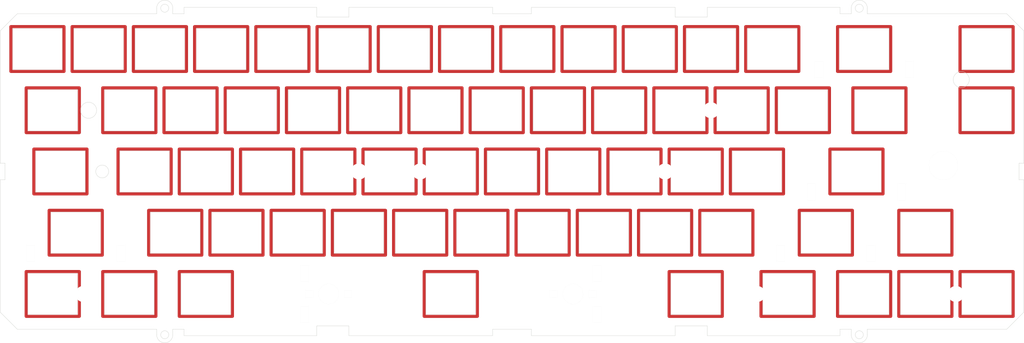
<source format=kicad_pcb>
(kicad_pcb (version 20211014) (generator pcbnew)
  (layers (0 "F.Cu" signal) (31 "B.Cu" signal) (34 "B.Paste" user) (35 "F.Paste" user) (36 "B.SilkS" user "B.Silkscreen") (37 "F.SilkS" user "F.Silkscreen") (38 "B.Mask" user) (39 "F.Mask" user) (44 "Edge.Cuts" user))
  (net 0 "")
  (footprint "Keyboard_Footprints:Screw_Hole" (layer "F.Cu") (at 138.1125 76.2)
    (fp_text reference "Screw_Hole" hide)
    (fp_text value "" hide)
  )
  (footprint "Keyboard_Footprints:Screw_Hole" (layer "F.Cu") (at 233.3625 76.2)
    (fp_text reference "Screw_Hole" hide)
    (fp_text value "" hide)
  )
  (footprint "Keyboard_Footprints:Plate_Cutout_Alps" (layer "F.Cu") (at 266.7 38.1)
    (fp_text reference "Plate_Cutout_Alps" hide)
    (fp_text value "" hide)
    (fp_line (start -7.75 -6.45) (end -7.75 6.45) (layer "Edge.Cuts") (width 0.1))
    (fp_line (start 7.75 -6.45) (end 7.75 6.45) (layer "Edge.Cuts") (width 0.1))
    (fp_line (start 7.75 6.45) (end -7.75 6.45) (layer "Edge.Cuts") (width 0.1))
    (fp_line (start 7.75 -6.45) (end -7.75 -6.45) (layer "Edge.Cuts") (width 0.1))
  )
  (footprint "Keyboard_Footprints:Plate_Cutout_Alps" (layer "F.Cu") (at 90.4875 114.3)
    (fp_text reference "Plate_Cutout_Alps" hide)
    (fp_text value "" hide)
    (fp_line (start 7.75 -6.45) (end 7.75 6.45) (layer "Edge.Cuts") (width 0.1))
    (fp_line (start -7.75 -6.45) (end -7.75 6.45) (layer "Edge.Cuts") (width 0.1))
    (fp_line (start 7.75 6.45) (end -7.75 6.45) (layer "Edge.Cuts") (width 0.1))
    (fp_line (start 7.75 -6.45) (end -7.75 -6.45) (layer "Edge.Cuts") (width 0.1))
  )
  (footprint "Keyboard_Footprints:Plate_Cutout_Alps" (layer "F.Cu") (at 242.8875 114.3)
    (fp_text reference "Plate_Cutout_Alps" hide)
    (fp_text value "" hide)
    (fp_line (start 7.75 -6.45) (end -7.75 -6.45) (layer "Edge.Cuts") (width 0.1))
    (fp_line (start 7.75 -6.45) (end 7.75 6.45) (layer "Edge.Cuts") (width 0.1))
    (fp_line (start -7.75 -6.45) (end -7.75 6.45) (layer "Edge.Cuts") (width 0.1))
    (fp_line (start 7.75 6.45) (end -7.75 6.45) (layer "Edge.Cuts") (width 0.1))
  )
  (footprint "Keyboard_Footprints:Plate_Cutout_Alps" (layer "F.Cu") (at 50.00625 95.25)
    (fp_text reference "Plate_Cutout_Alps" hide)
    (fp_text value "" hide)
    (fp_line (start 7.75 -6.45) (end -7.75 -6.45) (layer "Edge.Cuts") (width 0.1))
    (fp_line (start 7.75 6.45) (end -7.75 6.45) (layer "Edge.Cuts") (width 0.1))
    (fp_line (start 7.75 -6.45) (end 7.75 6.45) (layer "Edge.Cuts") (width 0.1))
    (fp_line (start -7.75 -6.45) (end -7.75 6.45) (layer "Edge.Cuts") (width 0.1))
  )
  (footprint "Keyboard_Footprints:Plate_Cutout_Alps" (layer "F.Cu") (at 95.25 38.1)
    (fp_text reference "Plate_Cutout_Alps" hide)
    (fp_text value "" hide)
    (fp_line (start -7.75 -6.45) (end -7.75 6.45) (layer "Edge.Cuts") (width 0.1))
    (fp_line (start 7.75 -6.45) (end 7.75 6.45) (layer "Edge.Cuts") (width 0.1))
    (fp_line (start 7.75 -6.45) (end -7.75 -6.45) (layer "Edge.Cuts") (width 0.1))
    (fp_line (start 7.75 6.45) (end -7.75 6.45) (layer "Edge.Cuts") (width 0.1))
  )
  (footprint "Keyboard_Footprints:Plate_Cutout_Alps" (layer "F.Cu") (at 209.55 38.1)
    (fp_text reference "Plate_Cutout_Alps" hide)
    (fp_text value "" hide)
    (fp_line (start 7.75 -6.45) (end 7.75 6.45) (layer "Edge.Cuts") (width 0.1))
    (fp_line (start 7.75 -6.45) (end -7.75 -6.45) (layer "Edge.Cuts") (width 0.1))
    (fp_line (start 7.75 6.45) (end -7.75 6.45) (layer "Edge.Cuts") (width 0.1))
    (fp_line (start -7.75 -6.45) (end -7.75 6.45) (layer "Edge.Cuts") (width 0.1))
  )
  (footprint "Keyboard_Footprints:Plate_Cutout_Alps" (layer "F.Cu") (at 228.6 38.1)
    (fp_text reference "Plate_Cutout_Alps" hide)
    (fp_text value "" hide)
    (fp_line (start 7.75 -6.45) (end 7.75 6.45) (layer "Edge.Cuts") (width 0.1))
    (fp_line (start 7.75 -6.45) (end -7.75 -6.45) (layer "Edge.Cuts") (width 0.1))
    (fp_line (start 7.75 6.45) (end -7.75 6.45) (layer "Edge.Cuts") (width 0.1))
    (fp_line (start -7.75 -6.45) (end -7.75 6.45) (layer "Edge.Cuts") (width 0.1))
  )
  (footprint "Keyboard_Footprints:Plate_Cutout_Alps" (layer "F.Cu") (at 295.275 38.1)
    (fp_text reference "Plate_Cutout_Alps" hide)
    (fp_text value "" hide)
    (fp_line (start 7.75 6.45) (end -7.75 6.45) (layer "Edge.Cuts") (width 0.1))
    (fp_line (start 7.75 -6.45) (end 7.75 6.45) (layer "Edge.Cuts") (width 0.1))
    (fp_line (start 7.75 -6.45) (end -7.75 -6.45) (layer "Edge.Cuts") (width 0.1))
    (fp_line (start -7.75 -6.45) (end -7.75 6.45) (layer "Edge.Cuts") (width 0.1))
  )
  (footprint "Keyboard_Footprints:Plate_Cutout_Alps" (layer "F.Cu") (at 42.8625 114.3)
    (fp_text reference "Plate_Cutout_Alps" hide)
    (fp_text value "" hide)
    (fp_line (start 7.75 -6.45) (end -7.75 -6.45) (layer "Edge.Cuts") (width 0.1))
    (fp_line (start 7.75 -6.45) (end 7.75 6.45) (layer "Edge.Cuts") (width 0.1))
    (fp_line (start -7.75 -6.45) (end -7.75 6.45) (layer "Edge.Cuts") (width 0.1))
    (fp_line (start 7.75 6.45) (end -7.75 6.45) (layer "Edge.Cuts") (width 0.1))
  )
  (footprint "Keyboard_Footprints:Plate_Cutout_Alps" (layer "F.Cu") (at 166.6875 114.3)
    (fp_text reference "Plate_Cutout_Alps" hide)
    (fp_text value "" hide)
    (fp_line (start 7.75 -6.45) (end -7.75 -6.45) (layer "Edge.Cuts") (width 0.1))
    (fp_line (start 7.75 6.45) (end -7.75 6.45) (layer "Edge.Cuts") (width 0.1))
    (fp_line (start 7.75 -6.45) (end 7.75 6.45) (layer "Edge.Cuts") (width 0.1))
    (fp_line (start -7.75 -6.45) (end -7.75 6.45) (layer "Edge.Cuts") (width 0.1))
  )
  (footprint "Keyboard_Footprints:Plate_Cutout_Alps" (layer "F.Cu") (at 333.375 57.15)
    (fp_text reference "Plate_Cutout_Alps" hide)
    (fp_text value "" hide)
    (fp_line (start -7.75 -6.45) (end -7.75 6.45) (layer "Edge.Cuts") (width 0.1))
    (fp_line (start 7.75 6.45) (end -7.75 6.45) (layer "Edge.Cuts") (width 0.1))
    (fp_line (start 7.75 -6.45) (end 7.75 6.45) (layer "Edge.Cuts") (width 0.1))
    (fp_line (start 7.75 -6.45) (end -7.75 -6.45) (layer "Edge.Cuts") (width 0.1))
  )
  (footprint "Keyboard_Footprints:Plate_Cutout_Alps" (layer "F.Cu") (at 66.675 114.3)
    (fp_text reference "Plate_Cutout_Alps" hide)
    (fp_text value "" hide)
    (fp_line (start 7.75 -6.45) (end -7.75 -6.45) (layer "Edge.Cuts") (width 0.1))
    (fp_line (start 7.75 6.45) (end -7.75 6.45) (layer "Edge.Cuts") (width 0.1))
    (fp_line (start -7.75 -6.45) (end -7.75 6.45) (layer "Edge.Cuts") (width 0.1))
    (fp_line (start 7.75 -6.45) (end 7.75 6.45) (layer "Edge.Cuts") (width 0.1))
  )
  (footprint "Keyboard_Footprints:Plate_Cutout_Alps" (layer "F.Cu") (at 57.15 38.1)
    (fp_text reference "Plate_Cutout_Alps" hide)
    (fp_text value "" hide)
    (fp_line (start 7.75 -6.45) (end 7.75 6.45) (layer "Edge.Cuts") (width 0.1))
    (fp_line (start -7.75 -6.45) (end -7.75 6.45) (layer "Edge.Cuts") (width 0.1))
    (fp_line (start 7.75 -6.45) (end -7.75 -6.45) (layer "Edge.Cuts") (width 0.1))
    (fp_line (start 7.75 6.45) (end -7.75 6.45) (layer "Edge.Cuts") (width 0.1))
  )
  (footprint "Keyboard_Footprints:Plate_Cutout_Alps" (layer "F.Cu") (at 76.2 38.1)
    (fp_text reference "Plate_Cutout_Alps" hide)
    (fp_text value "" hide)
    (fp_line (start 7.75 -6.45) (end -7.75 -6.45) (layer "Edge.Cuts") (width 0.1))
    (fp_line (start 7.75 -6.45) (end 7.75 6.45) (layer "Edge.Cuts") (width 0.1))
    (fp_line (start 7.75 6.45) (end -7.75 6.45) (layer "Edge.Cuts") (width 0.1))
    (fp_line (start -7.75 -6.45) (end -7.75 6.45) (layer "Edge.Cuts") (width 0.1))
  )
  (footprint "Keyboard_Footprints:Plate_Cutout_Alps" (layer "F.Cu") (at 133.35 38.1)
    (fp_text reference "Plate_Cutout_Alps" hide)
    (fp_text value "" hide)
    (fp_line (start -7.75 -6.45) (end -7.75 6.45) (layer "Edge.Cuts") (width 0.1))
    (fp_line (start 7.75 6.45) (end -7.75 6.45) (layer "Edge.Cuts") (width 0.1))
    (fp_line (start 7.75 -6.45) (end 7.75 6.45) (layer "Edge.Cuts") (width 0.1))
    (fp_line (start 7.75 -6.45) (end -7.75 -6.45) (layer "Edge.Cuts") (width 0.1))
  )
  (footprint "Keyboard_Footprints:Plate_Cutout_Alps" (layer "F.Cu") (at 114.3 38.1)
    (fp_text reference "Plate_Cutout_Alps" hide)
    (fp_text value "" hide)
    (fp_line (start -7.75 -6.45) (end -7.75 6.45) (layer "Edge.Cuts") (width 0.1))
    (fp_line (start 7.75 -6.45) (end 7.75 6.45) (layer "Edge.Cuts") (width 0.1))
    (fp_line (start 7.75 6.45) (end -7.75 6.45) (layer "Edge.Cuts") (width 0.1))
    (fp_line (start 7.75 -6.45) (end -7.75 -6.45) (layer "Edge.Cuts") (width 0.1))
  )
  (footprint "Keyboard_Footprints:Plate_Cutout_Alps" (layer "F.Cu") (at 45.24375 76.2)
    (fp_text reference "Plate_Cutout_Alps" hide)
    (fp_text value "" hide)
    (fp_line (start 7.75 -6.45) (end 7.75 6.45) (layer "Edge.Cuts") (width 0.1))
    (fp_line (start 7.75 6.45) (end -7.75 6.45) (layer "Edge.Cuts") (width 0.1))
    (fp_line (start -7.75 -6.45) (end -7.75 6.45) (layer "Edge.Cuts") (width 0.1))
    (fp_line (start 7.75 -6.45) (end -7.75 -6.45) (layer "Edge.Cuts") (width 0.1))
  )
  (footprint "Keyboard_Footprints:Plate_Cutout_Alps" (layer "F.Cu") (at 71.4375 76.2)
    (fp_text reference "Plate_Cutout_Alps" hide)
    (fp_text value "" hide)
    (fp_line (start 7.75 -6.45) (end -7.75 -6.45) (layer "Edge.Cuts") (width 0.1))
    (fp_line (start 7.75 6.45) (end -7.75 6.45) (layer "Edge.Cuts") (width 0.1))
    (fp_line (start -7.75 -6.45) (end -7.75 6.45) (layer "Edge.Cuts") (width 0.1))
    (fp_line (start 7.75 -6.45) (end 7.75 6.45) (layer "Edge.Cuts") (width 0.1))
  )
  (footprint "Keyboard_Footprints:Plate_Cutout_Alps" (layer "F.Cu") (at 271.4625 114.3)
    (fp_text reference "Plate_Cutout_Alps" hide)
    (fp_text value "" hide)
    (fp_line (start 7.75 -6.45) (end -7.75 -6.45) (layer "Edge.Cuts") (width 0.1))
    (fp_line (start 7.75 -6.45) (end 7.75 6.45) (layer "Edge.Cuts") (width 0.1))
    (fp_line (start 7.75 6.45) (end -7.75 6.45) (layer "Edge.Cuts") (width 0.1))
    (fp_line (start -7.75 -6.45) (end -7.75 6.45) (layer "Edge.Cuts") (width 0.1))
  )
  (footprint "Keyboard_Footprints:Plate_Cutout_Alps" (layer "F.Cu") (at 283.36875 95.25)
    (fp_text reference "Plate_Cutout_Alps" hide)
    (fp_text value "" hide)
    (fp_line (start 7.75 6.45) (end -7.75 6.45) (layer "Edge.Cuts") (width 0.1))
    (fp_line (start 7.75 -6.45) (end -7.75 -6.45) (layer "Edge.Cuts") (width 0.1))
    (fp_line (start -7.75 -6.45) (end -7.75 6.45) (layer "Edge.Cuts") (width 0.1))
    (fp_line (start 7.75 -6.45) (end 7.75 6.45) (layer "Edge.Cuts") (width 0.1))
  )
  (footprint "Keyboard_Footprints:Plate_Cutout_Alps" (layer "F.Cu") (at 314.325 95.25)
    (fp_text reference "Plate_Cutout_Alps" hide)
    (fp_text value "" hide)
    (fp_line (start 7.75 6.45) (end -7.75 6.45) (layer "Edge.Cuts") (width 0.1))
    (fp_line (start -7.75 -6.45) (end -7.75 6.45) (layer "Edge.Cuts") (width 0.1))
    (fp_line (start 7.75 -6.45) (end -7.75 -6.45) (layer "Edge.Cuts") (width 0.1))
    (fp_line (start 7.75 -6.45) (end 7.75 6.45) (layer "Edge.Cuts") (width 0.1))
  )
  (footprint "Keyboard_Footprints:Plate_Cutout_Alps" (layer "F.Cu") (at 300.0375 57.15)
    (fp_text reference "Plate_Cutout_Alps" hide)
    (fp_text value "" hide)
    (fp_line (start 7.75 -6.45) (end -7.75 -6.45) (layer "Edge.Cuts") (width 0.1))
    (fp_line (start -7.75 -6.45) (end -7.75 6.45) (layer "Edge.Cuts") (width 0.1))
    (fp_line (start 7.75 -6.45) (end 7.75 6.45) (layer "Edge.Cuts") (width 0.1))
    (fp_line (start 7.75 6.45) (end -7.75 6.45) (layer "Edge.Cuts") (width 0.1))
  )
  (footprint "Keyboard_Footprints:Plate_Cutout_Alps" (layer "F.Cu") (at 292.89375 76.2)
    (fp_text reference "Plate_Cutout_Alps" hide)
    (fp_text value "" hide)
    (fp_line (start 7.75 -6.45) (end 7.75 6.45) (layer "Edge.Cuts") (width 0.1))
    (fp_line (start 7.75 -6.45) (end -7.75 -6.45) (layer "Edge.Cuts") (width 0.1))
    (fp_line (start -7.75 -6.45) (end -7.75 6.45) (layer "Edge.Cuts") (width 0.1))
    (fp_line (start 7.75 6.45) (end -7.75 6.45) (layer "Edge.Cuts") (width 0.1))
  )
  (footprint "Keyboard_Footprints:Plate_Cutout_Alps" (layer "F.Cu") (at 233.3625 95.25)
    (fp_text reference "Plate_Cutout_Alps" hide)
    (fp_text value "" hide)
    (fp_line (start -7.75 -6.45) (end -7.75 6.45) (layer "Edge.Cuts") (width 0.1))
    (fp_line (start 7.75 6.45) (end -7.75 6.45) (layer "Edge.Cuts") (width 0.1))
    (fp_line (start 7.75 -6.45) (end -7.75 -6.45) (layer "Edge.Cuts") (width 0.1))
    (fp_line (start 7.75 -6.45) (end 7.75 6.45) (layer "Edge.Cuts") (width 0.1))
  )
  (footprint "Keyboard_Footprints:Plate_Cutout_Alps" (layer "F.Cu") (at 157.1625 95.25)
    (fp_text reference "Plate_Cutout_Alps" hide)
    (fp_text value "" hide)
    (fp_line (start 7.75 6.45) (end -7.75 6.45) (layer "Edge.Cuts") (width 0.1))
    (fp_line (start 7.75 -6.45) (end 7.75 6.45) (layer "Edge.Cuts") (width 0.1))
    (fp_line (start -7.75 -6.45) (end -7.75 6.45) (layer "Edge.Cuts") (width 0.1))
    (fp_line (start 7.75 -6.45) (end -7.75 -6.45) (layer "Edge.Cuts") (width 0.1))
  )
  (footprint "Keyboard_Footprints:Plate_Cutout_Alps" (layer "F.Cu") (at 166.6875 76.2)
    (fp_text reference "Plate_Cutout_Alps" hide)
    (fp_text value "" hide)
    (fp_line (start 7.75 6.45) (end -7.75 6.45) (layer "Edge.Cuts") (width 0.1))
    (fp_line (start 7.75 -6.45) (end 7.75 6.45) (layer "Edge.Cuts") (width 0.1))
    (fp_line (start 7.75 -6.45) (end -7.75 -6.45) (layer "Edge.Cuts") (width 0.1))
    (fp_line (start -7.75 -6.45) (end -7.75 6.45) (layer "Edge.Cuts") (width 0.1))
  )
  (footprint "Keyboard_Footprints:Plate_Cutout_Alps" (layer "F.Cu") (at 176.2125 95.25)
    (fp_text reference "Plate_Cutout_Alps" hide)
    (fp_text value "" hide)
    (fp_line (start 7.75 -6.45) (end -7.75 -6.45) (layer "Edge.Cuts") (width 0.1))
    (fp_line (start -7.75 -6.45) (end -7.75 6.45) (layer "Edge.Cuts") (width 0.1))
    (fp_line (start 7.75 -6.45) (end 7.75 6.45) (layer "Edge.Cuts") (width 0.1))
    (fp_line (start 7.75 6.45) (end -7.75 6.45) (layer "Edge.Cuts") (width 0.1))
  )
  (footprint "Keyboard_Footprints:Plate_Cutout_Alps" (layer "F.Cu") (at 119.0625 95.25)
    (fp_text reference "Plate_Cutout_Alps" hide)
    (fp_text value "" hide)
    (fp_line (start -7.75 -6.45) (end -7.75 6.45) (layer "Edge.Cuts") (width 0.1))
    (fp_line (start 7.75 6.45) (end -7.75 6.45) (layer "Edge.Cuts") (width 0.1))
    (fp_line (start 7.75 -6.45) (end 7.75 6.45) (layer "Edge.Cuts") (width 0.1))
    (fp_line (start 7.75 -6.45) (end -7.75 -6.45) (layer "Edge.Cuts") (width 0.1))
  )
  (footprint "Keyboard_Footprints:Plate_Cutout_Alps" (layer "F.Cu") (at 185.7375 76.2)
    (fp_text reference "Plate_Cutout_Alps" hide)
    (fp_text value "" hide)
    (fp_line (start -7.75 -6.45) (end -7.75 6.45) (layer "Edge.Cuts") (width 0.1))
    (fp_line (start 7.75 -6.45) (end -7.75 -6.45) (layer "Edge.Cuts") (width 0.1))
    (fp_line (start 7.75 -6.45) (end 7.75 6.45) (layer "Edge.Cuts") (width 0.1))
    (fp_line (start 7.75 6.45) (end -7.75 6.45) (layer "Edge.Cuts") (width 0.1))
  )
  (footprint "Keyboard_Footprints:Plate_Cutout_Alps" (layer "F.Cu") (at 138.1125 95.25)
    (fp_text reference "Plate_Cutout_Alps" hide)
    (fp_text value "" hide)
    (fp_line (start 7.75 -6.45) (end 7.75 6.45) (layer "Edge.Cuts") (width 0.1))
    (fp_line (start 7.75 6.45) (end -7.75 6.45) (layer "Edge.Cuts") (width 0.1))
    (fp_line (start -7.75 -6.45) (end -7.75 6.45) (layer "Edge.Cuts") (width 0.1))
    (fp_line (start 7.75 -6.45) (end -7.75 -6.45) (layer "Edge.Cuts") (width 0.1))
  )
  (footprint "Keyboard_Footprints:Plate_Cutout_Alps" (layer "F.Cu") (at 252.4125 95.25)
    (fp_text reference "Plate_Cutout_Alps" hide)
    (fp_text value "" hide)
    (fp_line (start 7.75 -6.45) (end -7.75 -6.45) (layer "Edge.Cuts") (width 0.1))
    (fp_line (start 7.75 6.45) (end -7.75 6.45) (layer "Edge.Cuts") (width 0.1))
    (fp_line (start -7.75 -6.45) (end -7.75 6.45) (layer "Edge.Cuts") (width 0.1))
    (fp_line (start 7.75 -6.45) (end 7.75 6.45) (layer "Edge.Cuts") (width 0.1))
  )
  (footprint "Keyboard_Footprints:Plate_Cutout_Alps" (layer "F.Cu") (at 100.0125 95.25)
    (fp_text reference "Plate_Cutout_Alps" hide)
    (fp_text value "" hide)
    (fp_line (start -7.75 -6.45) (end -7.75 6.45) (layer "Edge.Cuts") (width 0.1))
    (fp_line (start 7.75 -6.45) (end 7.75 6.45) (layer "Edge.Cuts") (width 0.1))
    (fp_line (start 7.75 -6.45) (end -7.75 -6.45) (layer "Edge.Cuts") (width 0.1))
    (fp_line (start 7.75 6.45) (end -7.75 6.45) (layer "Edge.Cuts") (width 0.1))
  )
  (footprint "Keyboard_Footprints:Plate_Cutout_Alps" (layer "F.Cu") (at 128.5875 76.2)
    (fp_text reference "Plate_Cutout_Alps" hide)
    (fp_text value "" hide)
    (fp_line (start 7.75 -6.45) (end 7.75 6.45) (layer "Edge.Cuts") (width 0.1))
    (fp_line (start -7.75 -6.45) (end -7.75 6.45) (layer "Edge.Cuts") (width 0.1))
    (fp_line (start 7.75 -6.45) (end -7.75 -6.45) (layer "Edge.Cuts") (width 0.1))
    (fp_line (start 7.75 6.45) (end -7.75 6.45) (layer "Edge.Cuts") (width 0.1))
  )
  (footprint "Keyboard_Footprints:Plate_Cutout_Alps" (layer "F.Cu") (at 242.8875 76.2)
    (fp_text reference "Plate_Cutout_Alps" hide)
    (fp_text value "" hide)
    (fp_line (start -7.75 -6.45) (end -7.75 6.45) (layer "Edge.Cuts") (width 0.1))
    (fp_line (start 7.75 6.45) (end -7.75 6.45) (layer "Edge.Cuts") (width 0.1))
    (fp_line (start 7.75 -6.45) (end -7.75 -6.45) (layer "Edge.Cuts") (width 0.1))
    (fp_line (start 7.75 -6.45) (end 7.75 6.45) (layer "Edge.Cuts") (width 0.1))
  )
  (footprint "Keyboard_Footprints:Plate_Cutout_Alps" (layer "F.Cu") (at 223.8375 76.2)
    (fp_text reference "Plate_Cutout_Alps" hide)
    (fp_text value "" hide)
    (fp_line (start 7.75 -6.45) (end 7.75 6.45) (layer "Edge.Cuts") (width 0.1))
    (fp_line (start 7.75 -6.45) (end -7.75 -6.45) (layer "Edge.Cuts") (width 0.1))
    (fp_line (start -7.75 -6.45) (end -7.75 6.45) (layer "Edge.Cuts") (width 0.1))
    (fp_line (start 7.75 6.45) (end -7.75 6.45) (layer "Edge.Cuts") (width 0.1))
  )
  (footprint "Keyboard_Footprints:Plate_Cutout_Alps" (layer "F.Cu") (at 204.7875 76.2)
    (fp_text reference "Plate_Cutout_Alps" hide)
    (fp_text value "" hide)
    (fp_line (start 7.75 6.45) (end -7.75 6.45) (layer "Edge.Cuts") (width 0.1))
    (fp_line (start 7.75 -6.45) (end -7.75 -6.45) (layer "Edge.Cuts") (width 0.1))
    (fp_line (start 7.75 -6.45) (end 7.75 6.45) (layer "Edge.Cuts") (width 0.1))
    (fp_line (start -7.75 -6.45) (end -7.75 6.45) (layer "Edge.Cuts") (width 0.1))
  )
  (footprint "Keyboard_Footprints:Plate_Cutout_Alps" (layer "F.Cu") (at 261.9375 76.2)
    (fp_text reference "Plate_Cutout_Alps" hide)
    (fp_text value "" hide)
    (fp_line (start 7.75 -6.45) (end 7.75 6.45) (layer "Edge.Cuts") (width 0.1))
    (fp_line (start -7.75 -6.45) (end -7.75 6.45) (layer "Edge.Cuts") (width 0.1))
    (fp_line (start 7.75 6.45) (end -7.75 6.45) (layer "Edge.Cuts") (width 0.1))
    (fp_line (start 7.75 -6.45) (end -7.75 -6.45) (layer "Edge.Cuts") (width 0.1))
  )
  (footprint "Keyboard_Footprints:Plate_Cutout_Alps" (layer "F.Cu") (at 195.2625 95.25)
    (fp_text reference "Plate_Cutout_Alps" hide)
    (fp_text value "" hide)
    (fp_line (start 7.75 -6.45) (end 7.75 6.45) (layer "Edge.Cuts") (width 0.1))
    (fp_line (start -7.75 -6.45) (end -7.75 6.45) (layer "Edge.Cuts") (width 0.1))
    (fp_line (start 7.75 -6.45) (end -7.75 -6.45) (layer "Edge.Cuts") (width 0.1))
    (fp_line (start 7.75 6.45) (end -7.75 6.45) (layer "Edge.Cuts") (width 0.1))
  )
  (footprint "Keyboard_Footprints:Plate_Cutout_Alps" (layer "F.Cu") (at 214.3125 95.25)
    (fp_text reference "Plate_Cutout_Alps" hide)
    (fp_text value "" hide)
    (fp_line (start 7.75 -6.45) (end 7.75 6.45) (layer "Edge.Cuts") (width 0.1))
    (fp_line (start 7.75 6.45) (end -7.75 6.45) (layer "Edge.Cuts") (width 0.1))
    (fp_line (start 7.75 -6.45) (end -7.75 -6.45) (layer "Edge.Cuts") (width 0.1))
    (fp_line (start -7.75 -6.45) (end -7.75 6.45) (layer "Edge.Cuts") (width 0.1))
  )
  (footprint "Keyboard_Footprints:Plate_Cutout_Alps" (layer "F.Cu") (at 147.6375 76.2)
    (fp_text reference "Plate_Cutout_Alps" hide)
    (fp_text value "" hide)
    (fp_line (start 7.75 -6.45) (end -7.75 -6.45) (layer "Edge.Cuts") (width 0.1))
    (fp_line (start 7.75 -6.45) (end 7.75 6.45) (layer "Edge.Cuts") (width 0.1))
    (fp_line (start 7.75 6.45) (end -7.75 6.45) (layer "Edge.Cuts") (width 0.1))
    (fp_line (start -7.75 -6.45) (end -7.75 6.45) (layer "Edge.Cuts") (width 0.1))
  )
  (footprint "Keyboard_Footprints:Plate_Cutout_Alps" (layer "F.Cu") (at 247.65 38.1)
    (fp_text reference "Plate_Cutout_Alps" hide)
    (fp_text value "" hide)
    (fp_line (start -7.75 -6.45) (end -7.75 6.45) (layer "Edge.Cuts") (width 0.1))
    (fp_line (start 7.75 -6.45) (end -7.75 -6.45) (layer "Edge.Cuts") (width 0.1))
    (fp_line (start 7.75 -6.45) (end 7.75 6.45) (layer "Edge.Cuts") (width 0.1))
    (fp_line (start 7.75 6.45) (end -7.75 6.45) (layer "Edge.Cuts") (width 0.1))
  )
  (footprint "Keyboard_Footprints:Plate_Cutout_Alps" (layer "F.Cu") (at 276.225 57.15)
    (fp_text reference "Plate_Cutout_Alps" hide)
    (fp_text value "" hide)
    (fp_line (start 7.75 -6.45) (end -7.75 -6.45) (layer "Edge.Cuts") (width 0.1))
    (fp_line (start -7.75 -6.45) (end -7.75 6.45) (layer "Edge.Cuts") (width 0.1))
    (fp_line (start 7.75 6.45) (end -7.75 6.45) (layer "Edge.Cuts") (width 0.1))
    (fp_line (start 7.75 -6.45) (end 7.75 6.45) (layer "Edge.Cuts") (width 0.1))
  )
  (footprint "Keyboard_Footprints:Plate_Cutout_Alps" (layer "F.Cu") (at 238.125 57.15)
    (fp_text reference "Plate_Cutout_Alps" hide)
    (fp_text value "" hide)
    (fp_line (start -7.75 -6.45) (end -7.75 6.45) (layer "Edge.Cuts") (width 0.1))
    (fp_line (start 7.75 -6.45) (end 7.75 6.45) (layer "Edge.Cuts") (width 0.1))
    (fp_line (start 7.75 -6.45) (end -7.75 -6.45) (layer "Edge.Cuts") (width 0.1))
    (fp_line (start 7.75 6.45) (end -7.75 6.45) (layer "Edge.Cuts") (width 0.1))
  )
  (footprint "Keyboard_Footprints:Plate_Cutout_Alps" (layer "F.Cu") (at 66.675 57.15)
    (fp_text reference "Plate_Cutout_Alps" hide)
    (fp_text value "" hide)
    (fp_line (start 7.75 6.45) (end -7.75 6.45) (layer "Edge.Cuts") (width 0.1))
    (fp_line (start 7.75 -6.45) (end 7.75 6.45) (layer "Edge.Cuts") (width 0.1))
    (fp_line (start 7.75 -6.45) (end -7.75 -6.45) (layer "Edge.Cuts") (width 0.1))
    (fp_line (start -7.75 -6.45) (end -7.75 6.45) (layer "Edge.Cuts") (width 0.1))
  )
  (footprint "Keyboard_Footprints:Plate_Cutout_Alps" (layer "F.Cu") (at 152.4 38.1)
    (fp_text reference "Plate_Cutout_Alps" hide)
    (fp_text value "" hide)
    (fp_line (start 7.75 -6.45) (end -7.75 -6.45) (layer "Edge.Cuts") (width 0.1))
    (fp_line (start 7.75 6.45) (end -7.75 6.45) (layer "Edge.Cuts") (width 0.1))
    (fp_line (start -7.75 -6.45) (end -7.75 6.45) (layer "Edge.Cuts") (width 0.1))
    (fp_line (start 7.75 -6.45) (end 7.75 6.45) (layer "Edge.Cuts") (width 0.1))
  )
  (footprint "Keyboard_Footprints:Plate_Cutout_Alps" (layer "F.Cu") (at 85.725 57.15)
    (fp_text reference "Plate_Cutout_Alps" hide)
    (fp_text value "" hide)
    (fp_line (start 7.75 -6.45) (end 7.75 6.45) (layer "Edge.Cuts") (width 0.1))
    (fp_line (start -7.75 -6.45) (end -7.75 6.45) (layer "Edge.Cuts") (width 0.1))
    (fp_line (start 7.75 6.45) (end -7.75 6.45) (layer "Edge.Cuts") (width 0.1))
    (fp_line (start 7.75 -6.45) (end -7.75 -6.45) (layer "Edge.Cuts") (width 0.1))
  )
  (footprint "Keyboard_Footprints:Plate_Cutout_Alps" (layer "F.Cu") (at 171.45 38.1)
    (fp_text reference "Plate_Cutout_Alps" hide)
    (fp_text value "" hide)
    (fp_line (start 7.75 -6.45) (end -7.75 -6.45) (layer "Edge.Cuts") (width 0.1))
    (fp_line (start 7.75 -6.45) (end 7.75 6.45) (layer "Edge.Cuts") (width 0.1))
    (fp_line (start 7.75 6.45) (end -7.75 6.45) (layer "Edge.Cuts") (width 0.1))
    (fp_line (start -7.75 -6.45) (end -7.75 6.45) (layer "Edge.Cuts") (width 0.1))
  )
  (footprint "Keyboard_Footprints:Plate_Cutout_Alps" (layer "F.Cu") (at 90.4875 76.2)
    (fp_text reference "Plate_Cutout_Alps" hide)
    (fp_text value "" hide)
    (fp_line (start 7.75 6.45) (end -7.75 6.45) (layer "Edge.Cuts") (width 0.1))
    (fp_line (start 7.75 -6.45) (end -7.75 -6.45) (layer "Edge.Cuts") (width 0.1))
    (fp_line (start -7.75 -6.45) (end -7.75 6.45) (layer "Edge.Cuts") (width 0.1))
    (fp_line (start 7.75 -6.45) (end 7.75 6.45) (layer "Edge.Cuts") (width 0.1))
  )
  (footprint "Keyboard_Footprints:Plate_Cutout_Alps" (layer "F.Cu") (at 142.875 57.15)
    (fp_text reference "Plate_Cutout_Alps" hide)
    (fp_text value "" hide)
    (fp_line (start -7.75 -6.45) (end -7.75 6.45) (layer "Edge.Cuts") (width 0.1))
    (fp_line (start 7.75 6.45) (end -7.75 6.45) (layer "Edge.Cuts") (width 0.1))
    (fp_line (start 7.75 -6.45) (end -7.75 -6.45) (layer "Edge.Cuts") (width 0.1))
    (fp_line (start 7.75 -6.45) (end 7.75 6.45) (layer "Edge.Cuts") (width 0.1))
  )
  (footprint "Keyboard_Footprints:Plate_Cutout_Alps" (layer "F.Cu") (at 109.5375 76.2)
    (fp_text reference "Plate_Cutout_Alps" hide)
    (fp_text value "" hide)
    (fp_line (start -7.75 -6.45) (end -7.75 6.45) (layer "Edge.Cuts") (width 0.1))
    (fp_line (start 7.75 -6.45) (end -7.75 -6.45) (layer "Edge.Cuts") (width 0.1))
    (fp_line (start 7.75 6.45) (end -7.75 6.45) (layer "Edge.Cuts") (width 0.1))
    (fp_line (start 7.75 -6.45) (end 7.75 6.45) (layer "Edge.Cuts") (width 0.1))
  )
  (footprint "Keyboard_Footprints:Plate_Cutout_Alps" (layer "F.Cu") (at 123.825 57.15)
    (fp_text reference "Plate_Cutout_Alps" hide)
    (fp_text value "" hide)
    (fp_line (start 7.75 -6.45) (end -7.75 -6.45) (layer "Edge.Cuts") (width 0.1))
    (fp_line (start 7.75 6.45) (end -7.75 6.45) (layer "Edge.Cuts") (width 0.1))
    (fp_line (start 7.75 -6.45) (end 7.75 6.45) (layer "Edge.Cuts") (width 0.1))
    (fp_line (start -7.75 -6.45) (end -7.75 6.45) (layer "Edge.Cuts") (width 0.1))
  )
  (footprint "Keyboard_Footprints:Plate_Cutout_Alps" (layer "F.Cu") (at 257.175 57.15)
    (fp_text reference "Plate_Cutout_Alps" hide)
    (fp_text value "" hide)
    (fp_line (start 7.75 -6.45) (end -7.75 -6.45) (layer "Edge.Cuts") (width 0.1))
    (fp_line (start 7.75 6.45) (end -7.75 6.45) (layer "Edge.Cuts") (width 0.1))
    (fp_line (start -7.75 -6.45) (end -7.75 6.45) (layer "Edge.Cuts") (width 0.1))
    (fp_line (start 7.75 -6.45) (end 7.75 6.45) (layer "Edge.Cuts") (width 0.1))
  )
  (footprint "Keyboard_Footprints:Plate_Cutout_Alps" (layer "F.Cu") (at 200.025 57.15)
    (fp_text reference "Plate_Cutout_Alps" hide)
    (fp_text value "" hide)
    (fp_line (start -7.75 -6.45) (end -7.75 6.45) (layer "Edge.Cuts") (width 0.1))
    (fp_line (start 7.75 6.45) (end -7.75 6.45) (layer "Edge.Cuts") (width 0.1))
    (fp_line (start 7.75 -6.45) (end 7.75 6.45) (layer "Edge.Cuts") (width 0.1))
    (fp_line (start 7.75 -6.45) (end -7.75 -6.45) (layer "Edge.Cuts") (width 0.1))
  )
  (footprint "Keyboard_Footprints:Plate_Cutout_Alps" (layer "F.Cu") (at 161.925 57.15)
    (fp_text reference "Plate_Cutout_Alps" hide)
    (fp_text value "" hide)
    (fp_line (start -7.75 -6.45) (end -7.75 6.45) (layer "Edge.Cuts") (width 0.1))
    (fp_line (start 7.75 -6.45) (end -7.75 -6.45) (layer "Edge.Cuts") (width 0.1))
    (fp_line (start 7.75 -6.45) (end 7.75 6.45) (layer "Edge.Cuts") (width 0.1))
    (fp_line (start 7.75 6.45) (end -7.75 6.45) (layer "Edge.Cuts") (width 0.1))
  )
  (footprint "Keyboard_Footprints:Plate_Cutout_Alps" (layer "F.Cu") (at 104.775 57.15)
    (fp_text reference "Plate_Cutout_Alps" hide)
    (fp_text value "" hide)
    (fp_line (start 7.75 -6.45) (end 7.75 6.45) (layer "Edge.Cuts") (width 0.1))
    (fp_line (start -7.75 -6.45) (end -7.75 6.45) (layer "Edge.Cuts") (width 0.1))
    (fp_line (start 7.75 -6.45) (end -7.75 -6.45) (layer "Edge.Cuts") (width 0.1))
    (fp_line (start 7.75 6.45) (end -7.75 6.45) (layer "Edge.Cuts") (width 0.1))
  )
  (footprint "Keyboard_Footprints:Plate_Cutout_Alps" (layer "F.Cu") (at 190.5 38.1)
    (fp_text reference "Plate_Cutout_Alps" hide)
    (fp_text value "" hide)
    (fp_line (start -7.75 -6.45) (end -7.75 6.45) (layer "Edge.Cuts") (width 0.1))
    (fp_line (start 7.75 6.45) (end -7.75 6.45) (layer "Edge.Cuts") (width 0.1))
    (fp_line (start 7.75 -6.45) (end 7.75 6.45) (layer "Edge.Cuts") (width 0.1))
    (fp_line (start 7.75 -6.45) (end -7.75 -6.45) (layer "Edge.Cuts") (width 0.1))
  )
  (footprint "Keyboard_Footprints:Plate_Cutout_Alps" (layer "F.Cu") (at 219.075 57.15)
    (fp_text reference "Plate_Cutout_Alps" hide)
    (fp_text value "" hide)
    (fp_line (start 7.75 -6.45) (end 7.75 6.45) (layer "Edge.Cuts") (width 0.1))
    (fp_line (start 7.75 6.45) (end -7.75 6.45) (layer "Edge.Cuts") (width 0.1))
    (fp_line (start 7.75 -6.45) (end -7.75 -6.45) (layer "Edge.Cuts") (width 0.1))
    (fp_line (start -7.75 -6.45) (end -7.75 6.45) (layer "Edge.Cuts") (width 0.1))
  )
  (footprint "Keyboard_Footprints:Plate_Cutout_Alps" (layer "F.Cu") (at 180.975 57.15)
    (fp_text reference "Plate_Cutout_Alps" hide)
    (fp_text value "" hide)
    (fp_line (start 7.75 6.45) (end -7.75 6.45) (layer "Edge.Cuts") (width 0.1))
    (fp_line (start -7.75 -6.45) (end -7.75 6.45) (layer "Edge.Cuts") (width 0.1))
    (fp_line (start 7.75 -6.45) (end -7.75 -6.45) (layer "Edge.Cuts") (width 0.1))
    (fp_line (start 7.75 -6.45) (end 7.75 6.45) (layer "Edge.Cuts") (width 0.1))
  )
  (footprint "Keyboard_Footprints:Plate_Cutout_Alps" (layer "F.Cu") (at 80.9625 95.25)
    (fp_text reference "Plate_Cutout_Alps" hide)
    (fp_text value "" hide)
    (fp_line (start 7.75 -6.45) (end -7.75 -6.45) (layer "Edge.Cuts") (width 0.1))
    (fp_line (start 7.75 -6.45) (end 7.75 6.45) (layer "Edge.Cuts") (width 0.1))
    (fp_line (start -7.75 -6.45) (end -7.75 6.45) (layer "Edge.Cuts") (width 0.1))
    (fp_line (start 7.75 6.45) (end -7.75 6.45) (layer "Edge.Cuts") (width 0.1))
  )
  (footprint "Keyboard_Footprints:Plate_Cutout_Alps" (layer "F.Cu") (at 42.8625 57.15)
    (fp_text reference "Plate_Cutout_Alps" hide)
    (fp_text value "" hide)
    (fp_line (start 7.75 -6.45) (end 7.75 6.45) (layer "Edge.Cuts") (width 0.1))
    (fp_line (start -7.75 -6.45) (end -7.75 6.45) (layer "Edge.Cuts") (width 0.1))
    (fp_line (start 7.75 6.45) (end -7.75 6.45) (layer "Edge.Cuts") (width 0.1))
    (fp_line (start 7.75 -6.45) (end -7.75 -6.45) (layer "Edge.Cuts") (width 0.1))
  )
  (footprint "Keyboard_Footprints:Plate_Cutout_Alps" (layer "F.Cu") (at 333.375 114.3)
    (fp_text reference "Plate_Cutout_Alps" hide)
    (fp_text value "" hide)
    (fp_line (start 7.75 -6.45) (end 7.75 6.45) (layer "Edge.Cuts") (width 0.1))
    (fp_line (start -7.75 -6.45) (end -7.75 6.45) (layer "Edge.Cuts") (width 0.1))
    (fp_line (start 7.75 6.45) (end -7.75 6.45) (layer "Edge.Cuts") (width 0.1))
    (fp_line (start 7.75 -6.45) (end -7.75 -6.45) (layer "Edge.Cuts") (width 0.1))
  )
  (footprint "Keyboard_Footprints:Plate_Cutout_Alps" (layer "F.Cu") (at 295.275 114.3)
    (fp_text reference "Plate_Cutout_Alps" hide)
    (fp_text value "" hide)
    (fp_line (start 7.75 6.45) (end -7.75 6.45) (layer "Edge.Cuts") (width 0.1))
    (fp_line (start 7.75 -6.45) (end -7.75 -6.45) (layer "Edge.Cuts") (width 0.1))
    (fp_line (start -7.75 -6.45) (end -7.75 6.45) (layer "Edge.Cuts") (width 0.1))
    (fp_line (start 7.75 -6.45) (end 7.75 6.45) (layer "Edge.Cuts") (width 0.1))
  )
  (footprint "Keyboard_Footprints:Plate_Cutout_Alps" (layer "F.Cu") (at 314.325 114.3)
    (fp_text reference "Plate_Cutout_Alps" hide)
    (fp_text value "" hide)
    (fp_line (start 7.75 -6.45) (end 7.75 6.45) (layer "Edge.Cuts") (width 0.1))
    (fp_line (start 7.75 -6.45) (end -7.75 -6.45) (layer "Edge.Cuts") (width 0.1))
    (fp_line (start -7.75 -6.45) (end -7.75 6.45) (layer "Edge.Cuts") (width 0.1))
    (fp_line (start 7.75 6.45) (end -7.75 6.45) (layer "Edge.Cuts") (width 0.1))
  )
  (footprint "Keyboard_Footprints:Screw_Hole" (layer "F.Cu") (at 52.3875 114.3)
    (fp_text reference "Screw_Hole" hide)
    (fp_text value "" hide)
  )
  (footprint "Keyboard_Footprints:Screw_Hole" (layer "F.Cu") (at 323.85 114.3)
    (fp_text reference "Screw_Hole" hide)
    (fp_text value "" hide)
  )
  (footprint "Keyboard_Footprints:Screw_Hole" (layer "F.Cu") (at 262 114.3)
    (fp_text reference "Screw_Hole" hide)
    (fp_text value "" hide)
  )
  (footprint "Keyboard_Footprints:Screw_Hole" (layer "F.Cu") (at 157.1625 76.2)
    (fp_text reference "Screw_Hole" hide)
    (fp_text value "" hide)
  )
  (footprint "Keyboard_Footprints:Screw_Hole" (layer "F.Cu") (at 247.65 57.15)
    (fp_text reference "Screw_Hole" hide)
    (fp_text value "" hide)
  )
  (footprint "Keyboard_Footprints:Perferation" (layer "F.Cu") (at 77.7 124.5 90)
    (fp_text reference "Plate_Cutout_Alps" hide)
    (fp_text value "" hide)
  )
  (footprint "Keyboard_Footprints:Perferation" (layer "F.Cu") (at 293.775 27.9 90)
    (fp_text reference "Plate_Cutout_Alps" hide)
    (fp_text value "" hide)
  )
  (footprint "Keyboard_Footprints:Perferation" (layer "F.Cu") (at 293.775 124.5 90)
    (fp_text reference "Plate_Cutout_Alps" hide)
    (fp_text value "" hide)
  )
  (footprint "Keyboard_Footprints:Perferation" (layer "F.Cu") (at 77.7 27.9 90)
    (fp_text reference "Plate_Cutout_Alps" hide)
    (fp_text value "" hide)
  )
  (footprint "Keyboard_Footprints:Plate_Cutout_Alps" (layer "F.Cu") (at 333.375 38.1)
    (fp_text reference "Plate_Cutout_Alps" hide)
    (fp_text value "" hide)
    (fp_line (start 7.75 6.45) (end -7.75 6.45) (layer "Edge.Cuts") (width 0.1))
    (fp_line (start -7.75 -6.45) (end -7.75 6.45) (layer "Edge.Cuts") (width 0.1))
    (fp_line (start 7.75 -6.45) (end -7.75 -6.45) (layer "Edge.Cuts") (width 0.1))
    (fp_line (start 7.75 -6.45) (end 7.75 6.45) (layer "Edge.Cuts") (width 0.1))
  )
  (footprint "Keyboard_Footprints:Plate_Cutout_Alps" (layer "F.Cu") (at 38.1 38.1)
    (fp_text reference "Plate_Cutout_Alps" hide)
    (fp_text value "" hide)
    (fp_line (start 7.75 6.45) (end -7.75 6.45) (layer "Edge.Cuts") (width 0.1))
    (fp_line (start 7.75 -6.45) (end 7.75 6.45) (layer "Edge.Cuts") (width 0.1))
    (fp_line (start -7.75 -6.45) (end -7.75 6.45) (layer "Edge.Cuts") (width 0.1))
    (fp_line (start 7.75 -6.45) (end -7.75 -6.45) (layer "Edge.Cuts") (width 0.1))
  )
  (gr_line (start 119.9375 110.46) (end 122.5375 110.46) (layer "Edge.Cuts") (width 0.01))
  (gr_line (start 119.9375 105.36) (end 119.9375 110.46) (layer "Edge.Cuts") (width 0.01))
  (gr_line (start 210.8375 110.46) (end 210.8375 105.36) (layer "Edge.Cuts") (width 0.01))
  (gr_line (start 213.4375 110.46) (end 210.8375 110.46) (layer "Edge.Cuts") (width 0.01))
  (gr_line (start 213.4375 105.36) (end 213.4375 110.46) (layer "Edge.Cuts") (width 0.01))
  (gr_line (start 210.8375 105.36) (end 213.4375 105.36) (layer "Edge.Cuts") (width 0.01))
  (gr_line (start 211.9375 115.51) (end 211.9375 113.11) (layer "Edge.Cuts") (width 0.01))
  (gr_line (start 296.11875 104.2) (end 298.71875 104.2) (layer "Edge.Cuts") (width 0.01))
  (gr_line (start 270.61875 99.1) (end 270.61875 104.2) (layer "Edge.Cuts") (width 0.01))
  (gr_line (start 37.25625 99.1) (end 37.25625 104.2) (layer "Edge.Cuts") (width 0.01))
  (gr_line (start 199.8375 113.11) (end 197.4375 113.11) (layer "Edge.Cuts") (width 0.01))
  (gr_line (start 34.65625 99.1) (end 37.25625 99.1) (layer "Edge.Cuts") (width 0.01))
  (gr_line (start 298.71875 104.2) (end 298.71875 99.1) (layer "Edge.Cuts") (width 0.01))
  (gr_line (start 268.01875 104.2) (end 268.01875 99.1) (layer "Edge.Cuts") (width 0.01))
  (gr_line (start 34.65625 104.2) (end 34.65625 99.1) (layer "Edge.Cuts") (width 0.01))
  (gr_line (start 296.11875 99.1) (end 296.11875 104.2) (layer "Edge.Cuts") (width 0.01))
  (gr_line (start 199.8375 115.51) (end 199.8375 113.11) (layer "Edge.Cuts") (width 0.01))
  (gr_line (start 197.4375 115.51) (end 199.8375 115.51) (layer "Edge.Cuts") (width 0.01))
  (gr_line (start 62.75625 104.2) (end 65.35625 104.2) (layer "Edge.Cuts") (width 0.01))
  (gr_line (start 37.25625 104.2) (end 34.65625 104.2) (layer "Edge.Cuts") (width 0.01))
  (gr_line (start 211.9375 113.11) (end 209.5375 113.11) (layer "Edge.Cuts") (width 0.01))
  (gr_line (start 268.01875 99.1) (end 270.61875 99.1) (layer "Edge.Cuts") (width 0.01))
  (gr_line (start 209.5375 115.51) (end 211.9375 115.51) (layer "Edge.Cuts") (width 0.01))
  (gr_line (start 270.61875 104.2) (end 268.01875 104.2) (layer "Edge.Cuts") (width 0.01))
  (gr_line (start 65.35625 99.1) (end 62.75625 99.1) (layer "Edge.Cuts") (width 0.01))
  (gr_line (start 65.35625 104.2) (end 65.35625 99.1) (layer "Edge.Cuts") (width 0.01))
  (gr_line (start 62.75625 99.1) (end 62.75625 104.2) (layer "Edge.Cuts") (width 0.01))
  (gr_line (start 197.4375 113.11) (end 197.4375 115.51) (layer "Edge.Cuts") (width 0.01))
  (gr_circle (center 204.6875 114.31) (end 207.8375 114.31) (layer "Edge.Cuts") (width 0.01) (fill none))
  (gr_line (start 280.14375 85.15) (end 277.54375 85.15) (layer "Edge.Cuts") (width 0.01))
  (gr_line (start 308.025 47.05) (end 310.625 47.05) (layer "Edge.Cuts") (width 0.01))
  (gr_line (start 280.14375 80.05) (end 280.14375 85.15) (layer "Edge.Cuts") (width 0.01))
  (gr_line (start 298.71875 99.1) (end 296.11875 99.1) (layer "Edge.Cuts") (width 0.01))
  (gr_line (start 310.625 41.95) (end 308.025 41.95) (layer "Edge.Cuts") (width 0.01))
  (gr_line (start 279.925 41.95) (end 282.525 41.95) (layer "Edge.Cuts") (width 0.01))
  (gr_line (start 305.64375 85.15) (end 308.24375 85.15) (layer "Edge.Cuts") (width 0.01))
  (gr_line (start 122.5375 105.36) (end 119.9375 105.36) (layer "Edge.Cuts") (width 0.01))
  (gr_line (start 122.5375 110.46) (end 122.5375 105.36) (layer "Edge.Cuts") (width 0.01))
  (gr_line (start 210.8375 118.16) (end 210.8375 123.26) (layer "Edge.Cuts") (width 0.01))
  (gr_line (start 310.625 47.05) (end 310.625 41.95) (layer "Edge.Cuts") (width 0.01))
  (gr_line (start 305.64375 80.05) (end 305.64375 85.15) (layer "Edge.Cuts") (width 0.01))
  (gr_line (start 308.24375 80.05) (end 305.64375 80.05) (layer "Edge.Cuts") (width 0.01))
  (gr_line (start 213.4375 123.26) (end 213.4375 118.16) (layer "Edge.Cuts") (width 0.01))
  (gr_line (start 213.4375 118.16) (end 210.8375 118.16) (layer "Edge.Cuts") (width 0.01))
  (gr_line (start 210.8375 123.26) (end 213.4375 123.26) (layer "Edge.Cuts") (width 0.01))
  (gr_line (start 308.025 41.95) (end 308.025 47.05) (layer "Edge.Cuts") (width 0.01))
  (gr_line (start 282.525 41.95) (end 282.525 47.05) (layer "Edge.Cuts") (width 0.01))
  (gr_line (start 282.525 47.05) (end 279.925 47.05) (layer "Edge.Cuts") (width 0.01))
  (gr_line (start 279.925 47.05) (end 279.925 41.95) (layer "Edge.Cuts") (width 0.01))
  (gr_line (start 277.54375 80.05) (end 280.14375 80.05) (layer "Edge.Cuts") (width 0.01))
  (gr_line (start 308.24375 85.15) (end 308.24375 80.05) (layer "Edge.Cuts") (width 0.01))
  (gr_line (start 277.54375 85.15) (end 277.54375 80.05) (layer "Edge.Cuts") (width 0.01))
  (gr_line (start 133.5375 115.51) (end 133.5375 113.11) (layer "Edge.Cuts") (width 0.01))
  (gr_line (start 122.5375 123.26) (end 119.9375 123.26) (layer "Edge.Cuts") (width 0.01))
  (gr_line (start 123.8375 115.51) (end 121.4375 115.51) (layer "Edge.Cuts") (width 0.01))
  (gr_line (start 209.5375 113.11) (end 209.5375 115.51) (layer "Edge.Cuts") (width 0.01))
  (gr_circle (center 128.6875 114.31) (end 131.8375 114.31) (layer "Edge.Cuts") (width 0.01) (fill none))
  (gr_line (start 133.5375 113.11) (end 135.9375 113.11) (layer "Edge.Cuts") (width 0.01))
  (gr_line (start 135.9375 115.51) (end 133.5375 115.51) (layer "Edge.Cuts") (width 0.01))
  (gr_line (start 122.5375 118.16) (end 122.5375 123.26) (layer "Edge.Cuts") (width 0.01))
  (gr_line (start 119.9375 123.26) (end 119.9375 118.16) (layer "Edge.Cuts") (width 0.01))
  (gr_line (start 121.4375 113.11) (end 123.8375 113.11) (layer "Edge.Cuts") (width 0.01))
  (gr_line (start 123.8375 113.11) (end 123.8375 115.51) (layer "Edge.Cuts") (width 0.01))
  (gr_line (start 135.9375 113.11) (end 135.9375 115.51) (layer "Edge.Cuts") (width 0.01))
  (gr_line (start 119.9375 118.16) (end 122.5375 118.16) (layer "Edge.Cuts") (width 0.01))
  (gr_line (start 121.4375 115.51) (end 121.4375 113.11) (layer "Edge.Cuts") (width 0.01))
  (gr_line (start 287.775 25.149999) (end 246.475 25.149999) (layer "Edge.Cuts") (width 0.1))
  (gr_line (start 179.699999 125.25) (end 191.775 125.25) (layer "Edge.Cuts") (width 0.1))
  (gr_arc (start 291.275 25.4) (mid 293.775 22.9) (end 296.275 25.4) (layer "Edge.Cuts") (width 0.1))
  (gr_line (start 296.275 27.149999) (end 296.275 25.4) (layer "Edge.Cuts") (width 0.1))
  (gr_circle (center 77.699999 126.999999) (end 78.949999 126.999999) (layer "Edge.Cuts") (width 0.1) (fill none))
  (gr_circle (center 77.699999 25.4) (end 78.949999 25.4) (layer "Edge.Cuts") (width 0.1) (fill none))
  (gr_circle (center 293.775 25.4) (end 295.025 25.4) (layer "Edge.Cuts") (width 0.1) (fill none))
  (gr_arc (start 296.275001 126.999999) (mid 293.775 129.5) (end 291.274999 126.999999) (layer "Edge.Cuts") (width 0.1))
  (gr_line (start 287.775 27.149999) (end 287.775 25.149999) (layer "Edge.Cuts") (width 0.1))
  (gr_line (start 236.475 127.25) (end 236.475 124.25) (layer "Edge.Cuts") (width 0.1))
  (gr_line (start 246.475 28.149999) (end 236.475 28.149999) (layer "Edge.Cuts") (width 0.1))
  (gr_line (start 287.775 127.25) (end 287.775 125.25) (layer "Edge.Cuts") (width 0.1))
  (gr_circle (center 293.775 126.999999) (end 295.025 126.999999) (layer "Edge.Cuts") (width 0.1) (fill none))
  (gr_line (start 344.974999 119.95) (end 344.974999 78.799999) (layer "Edge.Cuts") (width 0.1))
  (gr_line (start 191.775 127.25) (end 236.475 127.25) (layer "Edge.Cuts") (width 0.1))
  (gr_line (start 236.475 28.149999) (end 236.475 25.149999) (layer "Edge.Cuts") (width 0.1))
  (gr_line (start 191.775 27.149999) (end 179.699999 27.149999) (layer "Edge.Cuts") (width 0.1))
  (gr_line (start 246.475 25.149999) (end 246.475 28.149999) (layer "Edge.Cuts") (width 0.1))
  (gr_line (start 344.974999 73.599999) (end 344.974999 32.449999) (layer "Edge.Cuts") (width 0.1))
  (gr_line (start 291.274999 25.4) (end 291.275 27.149999) (layer "Edge.Cuts") (width 0.1))
  (gr_line (start 191.775 125.25) (end 191.775 127.25) (layer "Edge.Cuts") (width 0.1))
  (gr_line (start 291.275 27.149999) (end 287.775 27.149999) (layer "Edge.Cuts") (width 0.1))
  (gr_line (start 287.775 125.25) (end 291.275 125.25) (layer "Edge.Cuts") (width 0.1))
  (gr_line (start 191.775 25.149999) (end 191.775 27.149999) (layer "Edge.Cuts") (width 0.1))
  (gr_line (start 343.475 78.799999) (end 343.475 73.599999) (layer "Edge.Cuts") (width 0.1))
  (gr_line (start 134.999999 28.149999) (end 134.999999 25.149999) (layer "Edge.Cuts") (width 0.1))
  (gr_line (start 343.475 73.599999) (end 344.974999 73.599999) (layer "Edge.Cuts") (width 0.1))
  (gr_line (start 246.475 127.25) (end 287.775 127.25) (layer "Edge.Cuts") (width 0.1))
  (gr_line (start 246.475 124.25) (end 246.475 127.25) (layer "Edge.Cuts") (width 0.1))
  (gr_line (start 344.974999 32.449999) (end 339.675 27.149999) (layer "Edge.Cuts") (width 0.1))
  (gr_line (start 80.199999 27.149999) (end 83.699999 27.149999) (layer "Edge.Cuts") (width 0.1))
  (gr_line (start 339.675 27.149999) (end 296.275 27.149999) (layer "Edge.Cuts") (width 0.1))
  (gr_line (start 83.699999 27.149999) (end 83.699999 25.149999) (layer "Edge.Cuts") (width 0.1))
  (gr_line (start 31.799999 27.149999) (end 75.199999 27.149999) (layer "Edge.Cuts") (width 0.1))
  (gr_line (start 83.699999 127.25) (end 83.699999 125.25) (layer "Edge.Cuts") (width 0.1))
  (gr_line (start 179.699999 127.25) (end 134.999999 127.25) (layer "Edge.Cuts") (width 0.1))
  (gr_arc (start 80.199999 126.999999) (mid 77.699999 129.499999) (end 75.199999 126.999999) (layer "Edge.Cuts") (width 0.1))
  (gr_arc (start 75.199999 25.4) (mid 77.699999 22.9) (end 80.199999 25.4) (layer "Edge.Cuts") (width 0.1))
  (gr_line (start 236.475 25.149999) (end 191.775 25.149999) (layer "Edge.Cuts") (width 0.1))
  (gr_line (start 344.974999 78.799999) (end 343.475 78.799999) (layer "Edge.Cuts") (width 0.1))
  (gr_line (start 339.675 125.25) (end 344.974999 119.95) (layer "Edge.Cuts") (width 0.1))
  (gr_line (start 291.275 125.25) (end 291.274999 126.999999) (layer "Edge.Cuts") (width 0.1))
  (gr_line (start 236.475 124.25) (end 246.475 124.25) (layer "Edge.Cuts") (width 0.1))
  (gr_line (start 134.999999 124.25) (end 124.999999 124.25) (layer "Edge.Cuts") (width 0.1))
  (gr_line (start 75.199999 27.149999) (end 75.199999 25.4) (layer "Edge.Cuts") (width 0.1))
  (gr_line (start 80.199999 125.25) (end 80.199999 126.999999) (layer "Edge.Cuts") (width 0.1))
  (gr_line (start 83.699999 25.149999) (end 124.999999 25.149999) (layer "Edge.Cuts") (width 0.1))
  (gr_line (start 134.999999 25.149999) (end 179.699999 25.149999) (layer "Edge.Cuts") (width 0.1))
  (gr_line (start 124.999999 127.25) (end 83.699999 127.25) (layer "Edge.Cuts") (width 0.1))
  (gr_line (start 80.199999 25.4) (end 80.199999 27.149999) (layer "Edge.Cuts") (width 0.1))
  (gr_line (start 296.275 125.25) (end 339.675 125.25) (layer "Edge.Cuts") (width 0.1))
  (gr_line (start 296.275 126.999999) (end 296.275 125.25) (layer "Edge.Cuts") (width 0.1))
  (gr_line (start 124.999999 124.25) (end 124.999999 127.25) (layer "Edge.Cuts") (width 0.1))
  (gr_line (start 179.699999 125.25) (end 179.699999 127.25) (layer "Edge.Cuts") (width 0.1))
  (gr_line (start 83.699999 125.25) (end 80.199999 125.25) (layer "Edge.Cuts") (width 0.1))
  (gr_line (start 27.999999 78.799999) (end 27.999999 73.599999) (layer "Edge.Cuts") (width 0.1))
  (gr_line (start 124.999999 28.149999) (end 134.999999 28.149999) (layer "Edge.Cuts") (width 0.1))
  (gr_line (start 75.199999 126.999999) (end 75.199999 125.25) (layer "Edge.Cuts") (width 0.1))
  (gr_line (start 75.199999 125.25) (end 31.799999 125.25) (layer "Edge.Cuts") (width 0.1))
  (gr_line (start 26.5 32.449999) (end 31.799999 27.149999) (layer "Edge.Cuts") (width 0.1))
  (gr_line (start 179.699999 25.149999) (end 179.699999 27.149999) (layer "Edge.Cuts") (width 0.1))
  (gr_line (start 26.5 73.599999) (end 26.5 32.449999) (layer "Edge.Cuts") (width 0.1))
  (gr_line (start 134.999999 127.25) (end 134.999999 124.25) (layer "Edge.Cuts") (width 0.1))
  (gr_line (start 124.999999 25.149999) (end 124.999999 28.149999) (layer "Edge.Cuts") (width 0.1))
  (gr_line (start 31.799999 125.25) (end 26.5 119.95) (layer "Edge.Cuts") (width 0.1))
  (gr_line (start 26.5 119.95) (end 26.5 78.799999) (layer "Edge.Cuts") (width 0.1))
  (gr_line (start 27.999999 73.599999) (end 26.5 73.599999) (layer "Edge.Cuts") (width 0.1))
  (gr_line (start 26.5 78.799999) (end 27.999999 78.799999) (layer "Edge.Cuts") (width 0.1))
  (gr_circle (center 54 57.15) (end 56.5 57.15) (layer "Edge.Cuts") (width 0.1) (fill none))
  (gr_circle (center 58.25 76.2) (end 60.25 76.2) (layer "Edge.Cuts") (width 0.1) (fill none))
  (gr_circle (center 319.95 74.35) (end 324.45 74.35) (layer "Edge.Cuts") (width 0.01) (fill none))
  (gr_circle (center 325.5 47.625) (end 328 47.625) (layer "Edge.Cuts") (width 0.1) (fill none))
)
</source>
